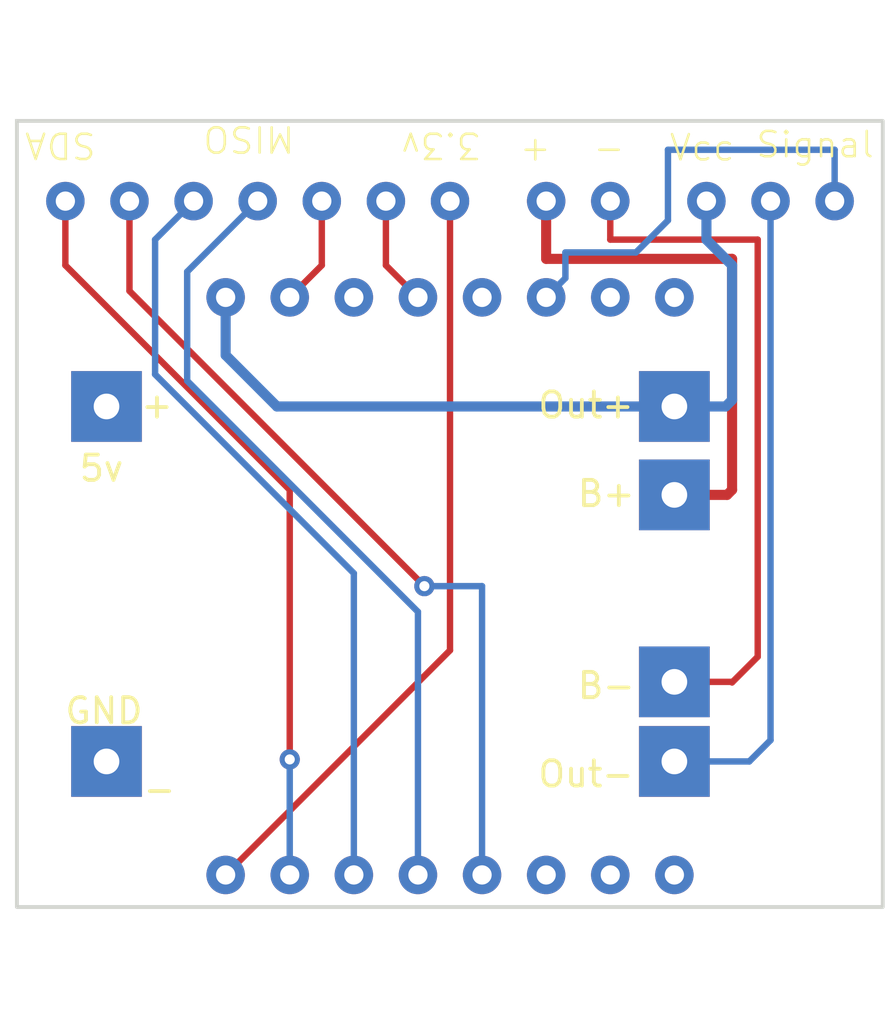
<source format=kicad_pcb>
(kicad_pcb (version 20221018) (generator pcbnew)
  (layers (0 "F.Cu" signal) (31 "B.Cu" signal) (34 "B.Paste" user) (35 "F.Paste" user) (36 "B.SilkS" user "B.Silkscreen") (37 "F.SilkS" user "F.Silkscreen") (38 "B.Mask" user) (39 "F.Mask" user) (44 "Edge.Cuts" user))
  (net 0 "")
  (footprint "magTableFootprints:TP4056-18650" (layer "F.Cu") (at 125.46 89.028)
    (fp_text reference "USB_CHRG**" hide)
    (fp_text value "TP4056-18650")
    (fp_text user "Out-" (at 20.9 16.2) (layer "F.SilkS"))
    (fp_text user "5v" (at 1.7 4.1) (layer "F.SilkS"))
    (fp_text user "GND" (at 1.8 13.7) (layer "F.SilkS"))
    (fp_text user "B+" (at 21.7 5.1) (layer "F.SilkS"))
    (fp_text user "-" (at 4 16.8) (layer "F.SilkS"))
    (fp_text user "B-" (at 21.7 12.7) (layer "F.SilkS"))
    (fp_text user "+" (at 3.9 1.6) (layer "F.SilkS"))
    (fp_text user "Out+" (at 20.9 1.6) (layer "F.SilkS"))
    (pad "1" thru_hole rect (at 1.9 1.65) (size 2.8 2.8) (drill 1.016) (layers "*.Cu" "*.Mask"))
    (pad "2" thru_hole rect (at 1.9 15.7) (size 2.8 2.8) (drill 1.016) (layers "*.Cu" "*.Mask"))
    (pad "3" thru_hole rect (at 24.4 1.65) (size 2.8 2.8) (drill 1.016) (layers "*.Cu" "*.Mask"))
    (pad "4" thru_hole rect (at 24.4 15.7) (size 2.8 2.8) (drill 1.016) (layers "*.Cu" "*.Mask"))
    (pad "5" thru_hole rect (at 24.4 5.15) (size 2.8 2.8) (drill 1.016) (layers "*.Cu" "*.Mask"))
    (pad "6" thru_hole rect (at 24.4 12.55) (size 2.8 2.8) (drill 1.016) (layers "*.Cu" "*.Mask"))
  )
  (footprint "magTableFootprints:Battery Plugin" (layer "F.Cu") (at 146.05 82.55 180)
    (fp_text reference "REF**" hide)
    (fp_text value "Battery Plugin")
    (fp_text user "+" (at 1.016 2.54 180 unlocked) (layer "F.SilkS") (effects (font (thickness 0.1)) (justify left bottom)))
    (fp_text user "-" (at -1.905 2.54 180 unlocked) (layer "F.SilkS") (effects (font (thickness 0.1)) (justify left bottom)))
    (pad "1" thru_hole circle (at -1.27 0 180) (size 1.524 1.524) (drill 0.762) (layers "*.Cu" "*.Mask"))
    (pad "2" thru_hole circle (at 1.27 0 180) (size 1.524 1.524) (drill 0.762) (layers "*.Cu" "*.Mask"))
  )
  (footprint "magTableFootprints:ESP8266 custom" (layer "F.Cu") (at 140.97 97.79)
    (fp_text reference "REF**" hide)
    (fp_text value "ESP8266 custom")
    (pad "00" thru_hole circle (at 3.81 11.43) (size 1.524 1.524) (drill 0.762) (layers "*.Cu" "*.Mask"))
    (pad "1" thru_hole circle (at 3.81 -11.43) (size 1.524 1.524) (drill 0.762) (layers "*.Cu" "*.Mask"))
    (pad "2" thru_hole circle (at 1.27 -11.43) (size 1.524 1.524) (drill 0.762) (layers "*.Cu" "*.Mask"))
    (pad "3" thru_hole circle (at -1.27 -11.43) (size 1.524 1.524) (drill 0.762) (layers "*.Cu" "*.Mask"))
    (pad "3v" thru_hole circle (at -8.89 11.43) (size 1.524 1.524) (drill 0.762) (layers "*.Cu" "*.Mask"))
    (pad "4" thru_hole circle (at -3.81 -11.43) (size 1.524 1.524) (drill 0.762) (layers "*.Cu" "*.Mask"))
    (pad "5" thru_hole circle (at 1.27 11.43) (size 1.524 1.524) (drill 0.762) (layers "*.Cu" "*.Mask"))
    (pad "5V" thru_hole circle (at -8.89 -11.43) (size 1.524 1.524) (drill 0.762) (layers "*.Cu" "*.Mask"))
    (pad "6" thru_hole circle (at -1.27 11.43) (size 1.524 1.524) (drill 0.762) (layers "*.Cu" "*.Mask"))
    (pad "7" thru_hole circle (at -3.81 11.43) (size 1.524 1.524) (drill 0.762) (layers "*.Cu" "*.Mask"))
    (pad "8" thru_hole circle (at -6.35 11.43) (size 1.524 1.524) (drill 0.762) (layers "*.Cu" "*.Mask"))
    (pad "A0" thru_hole circle (at 6.35 11.43) (size 1.524 1.524) (drill 0.762) (layers "*.Cu" "*.Mask"))
    (pad "G" thru_hole circle (at -6.35 -11.43) (size 1.524 1.524) (drill 0.762) (layers "*.Cu" "*.Mask"))
    (pad "RST" thru_hole circle (at 8.89 11.43) (size 1.524 1.524) (drill 0.762) (layers "*.Cu" "*.Mask"))
    (pad "RX" thru_hole circle (at 6.35 -11.43) (size 1.524 1.524) (drill 0.762) (layers "*.Cu" "*.Mask"))
    (pad "TX" thru_hole circle (at 8.89 -11.43) (size 1.524 1.524) (drill 0.762) (layers "*.Cu" "*.Mask"))
  )
  (footprint "magTableFootprints:Servo plugin" (layer "F.Cu") (at 153.67 82.55)
    (fp_text reference "REF**" hide)
    (fp_text value "Servo plugin")
    (fp_text user "Vcc" (at -4.064 -1.524 unlocked) (layer "F.SilkS") (effects (font (thickness 0.1)) (justify left bottom)))
    (fp_text user "Signal" (at -0.635 -1.651 unlocked) (layer "F.SilkS") (effects (font (thickness 0.1)) (justify left bottom)))
    (pad "1" thru_hole circle (at -2.54 0) (size 1.524 1.524) (drill 0.762) (layers "*.Cu" "*.Mask"))
    (pad "2" thru_hole circle (at 0 0) (size 1.524 1.524) (drill 0.762) (layers "*.Cu" "*.Mask"))
    (pad "3" thru_hole circle (at 2.54 0) (size 1.524 1.524) (drill 0.762) (layers "*.Cu" "*.Mask"))
  )
  (footprint "magTableFootprints:RFID plugin" (layer "F.Cu") (at 133.35 82.55 180)
    (fp_text reference "REF**" hide)
    (fp_text value "RFID plugin")
    (fp_text user "SDA" (at 6.35 2.794 180 unlocked) (layer "F.SilkS") (effects (font (thickness 0.1)) (justify left bottom)))
    (fp_text user "MISO" (at -1.524 3.048 180 unlocked) (layer "F.SilkS") (effects (font (thickness 0.1)) (justify left bottom)))
    (fp_text user "3.3v" (at -8.89 2.794 180 unlocked) (layer "F.SilkS") (effects (font (thickness 0.1)) (justify left bottom)))
    (pad "1" thru_hole circle (at -7.62 0 180) (size 1.524 1.524) (drill 0.762) (layers "*.Cu" "*.Mask"))
    (pad "2" thru_hole circle (at -5.08 0 180) (size 1.524 1.524) (drill 0.762) (layers "*.Cu" "*.Mask"))
    (pad "3" thru_hole circle (at -2.54 0 180) (size 1.524 1.524) (drill 0.762) (layers "*.Cu" "*.Mask"))
    (pad "4" thru_hole circle (at 0 0 180) (size 1.524 1.524) (drill 0.762) (layers "*.Cu" "*.Mask"))
    (pad "5" thru_hole circle (at 2.54 0 180) (size 1.524 1.524) (drill 0.762) (layers "*.Cu" "*.Mask"))
    (pad "6" thru_hole circle (at 5.08 0 270) (size 1.524 1.524) (drill 0.762) (layers "*.Cu" "*.Mask"))
    (pad "7" thru_hole circle (at 7.62 0 180) (size 1.524 1.524) (drill 0.762) (layers "*.Cu" "*.Mask"))
  )
  (gr_rect (start 123.81 79.375) (end 158.115 110.49) (stroke (width 0.15)) (fill none) (layer "Edge.Cuts"))
  (segment (start 140.97 82.55) (end 140.97 100.33) (width 0.254) (layer "F.Cu") (net 0))
  (segment (start 138.43 85.09) (end 139.7 86.36) (width 0.254) (layer "F.Cu") (net 0))
  (segment (start 135.89 82.55) (end 135.89 85.09) (width 0.254) (layer "F.Cu") (net 0))
  (segment (start 152.124 101.578) (end 149.86 101.578) (width 0.254) (layer "F.Cu") (net 0))
  (segment (start 125.73 85.09) (end 134.62 93.98) (width 0.254) (layer "F.Cu") (net 0))
  (segment (start 152.146 84.836) (end 152.146 93.98) (width 0.4) (layer "F.Cu") (net 0))
  (segment (start 144.78 82.55) (end 144.78 84.836) (width 0.4) (layer "F.Cu") (net 0))
  (segment (start 151.948 94.178) (end 149.86 94.178) (width 0.4) (layer "F.Cu") (net 0))
  (segment (start 153.162 84.074) (end 153.162 100.584) (width 0.254) (layer "F.Cu") (net 0))
  (segment (start 125.73 82.55) (end 125.73 85.09) (width 0.254) (layer "F.Cu") (net 0))
  (segment (start 144.78 84.836) (end 152.146 84.836) (width 0.4) (layer "F.Cu") (net 0))
  (segment (start 140.97 100.33) (end 132.08 109.22) (width 0.254) (layer "F.Cu") (net 0))
  (segment (start 153.162 100.584) (end 152.146 101.6) (width 0.254) (layer "F.Cu") (net 0))
  (segment (start 152.146 101.6) (end 152.124 101.578) (width 0.254) (layer "F.Cu") (net 0))
  (segment (start 138.43 82.55) (end 138.43 85.09) (width 0.254) (layer "F.Cu") (net 0))
  (segment (start 128.27 86.106) (end 139.954 97.79) (width 0.254) (layer "F.Cu") (net 0))
  (segment (start 152.146 93.98) (end 151.948 94.178) (width 0.4) (layer "F.Cu") (net 0))
  (segment (start 135.89 85.09) (end 134.62 86.36) (width 0.254) (layer "F.Cu") (net 0))
  (segment (start 147.32 82.55) (end 147.32 84.074) (width 0.254) (layer "F.Cu") (net 0))
  (segment (start 147.32 84.074) (end 153.162 84.074) (width 0.254) (layer "F.Cu") (net 0))
  (segment (start 134.62 93.98) (end 134.62 104.648) (width 0.254) (layer "F.Cu") (net 0))
  (segment (start 128.27 82.55) (end 128.27 86.106) (width 0.254) (layer "F.Cu") (net 0))
  (via (at 134.62 104.648) (size 0.8) (drill 0.4) (layers "F.Cu" "B.Cu") (net 0))
  (via (at 139.954 97.79) (size 0.8) (drill 0.4) (layers "F.Cu" "B.Cu") (net 0))
  (segment (start 153.67 103.886) (end 152.828 104.728) (width 0.254) (layer "B.Cu") (net 0))
  (segment (start 156.21 80.518) (end 156.21 82.55) (width 0.254) (layer "B.Cu") (net 0))
  (segment (start 152.828 104.728) (end 149.86 104.728) (width 0.254) (layer "B.Cu") (net 0))
  (segment (start 151.892 90.678) (end 149.86 90.678) (width 0.4) (layer "B.Cu") (net 0))
  (segment (start 152.146 90.424) (end 151.892 90.678) (width 0.4) (layer "B.Cu") (net 0))
  (segment (start 132.08 88.646) (end 134.112 90.678) (width 0.4) (layer "B.Cu") (net 0))
  (segment (start 151.13 84.074) (end 152.146 85.09) (width 0.4) (layer "B.Cu") (net 0))
  (segment (start 129.286 89.408) (end 129.286 84.074) (width 0.254) (layer "B.Cu") (net 0))
  (segment (start 149.606 80.518) (end 156.21 80.518) (width 0.254) (layer "B.Cu") (net 0))
  (segment (start 130.556 89.662) (end 139.7 98.806) (width 0.254) (layer "B.Cu") (net 0))
  (segment (start 149.606 83.312) (end 149.606 80.518) (width 0.254) (layer "B.Cu") (net 0))
  (segment (start 139.7 98.806) (end 139.7 109.22) (width 0.254) (layer "B.Cu") (net 0))
  (segment (start 145.541999 85.598001) (end 145.542 84.582) (width 0.254) (layer "B.Cu") (net 0))
  (segment (start 142.24 97.79) (end 142.24 109.22) (width 0.254) (layer "B.Cu") (net 0))
  (segment (start 145.542 84.582) (end 148.336 84.582) (width 0.254) (layer "B.Cu") (net 0))
  (segment (start 137.16 97.282) (end 129.286 89.408) (width 0.254) (layer "B.Cu") (net 0))
  (segment (start 134.62 104.648) (end 134.62 109.22) (width 0.254) (layer "B.Cu") (net 0))
  (segment (start 144.78 86.36) (end 145.541999 85.598001) (width 0.254) (layer "B.Cu") (net 0))
  (segment (start 132.08 86.36) (end 132.08 88.646) (width 0.4) (layer "B.Cu") (net 0))
  (segment (start 148.336 84.582) (end 149.606 83.312) (width 0.254) (layer "B.Cu") (net 0))
  (segment (start 153.67 103.886) (end 153.67 82.55) (width 0.254) (layer "B.Cu") (net 0))
  (segment (start 129.286 84.074) (end 130.81 82.55) (width 0.254) (layer "B.Cu") (net 0))
  (segment (start 152.146 85.09) (end 152.146 90.424) (width 0.4) (layer "B.Cu") (net 0))
  (segment (start 130.556 85.344) (end 130.556 89.662) (width 0.254) (layer "B.Cu") (net 0))
  (segment (start 151.13 82.55) (end 151.13 84.074) (width 0.4) (layer "B.Cu") (net 0))
  (segment (start 137.16 109.22) (end 137.16 97.282) (width 0.254) (layer "B.Cu") (net 0))
  (segment (start 134.112 90.678) (end 149.86 90.678) (width 0.4) (layer "B.Cu") (net 0))
  (segment (start 139.954 97.79) (end 142.24 97.79) (width 0.254) (layer "B.Cu") (net 0))
  (segment (start 133.35 82.55) (end 130.556 85.344) (width 0.254) (layer "B.Cu") (net 0))
)
</source>
